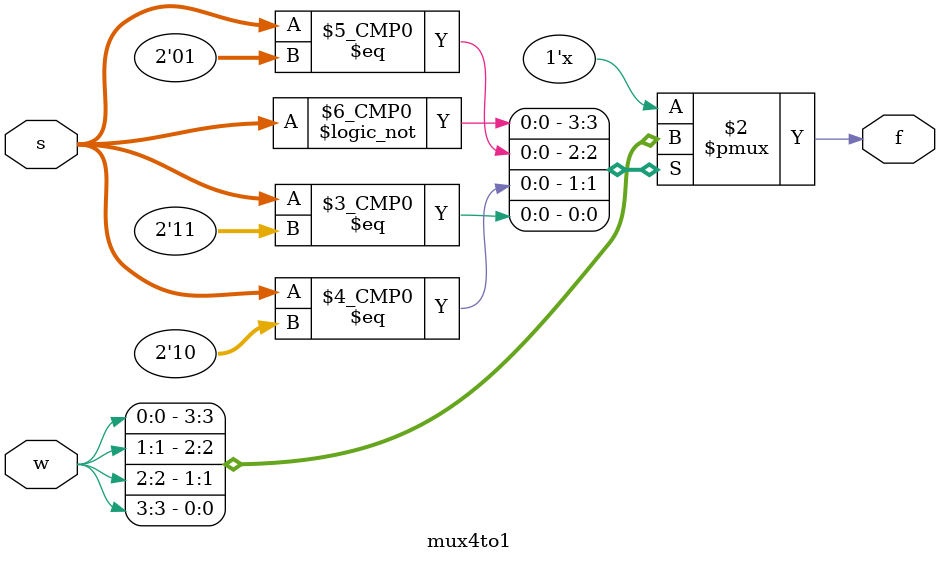
<source format=v>
module mux4to1(w,s,f);

input [3:0]w;
input [1:0]s;
output reg f;

always @(w,s)
	case(s)
		0: f=w[0];
		1: f=w[1];
		2: f=w[2];
		3: f=w[3];
		default: f=1'bx;
	endcase
endmodule
</source>
